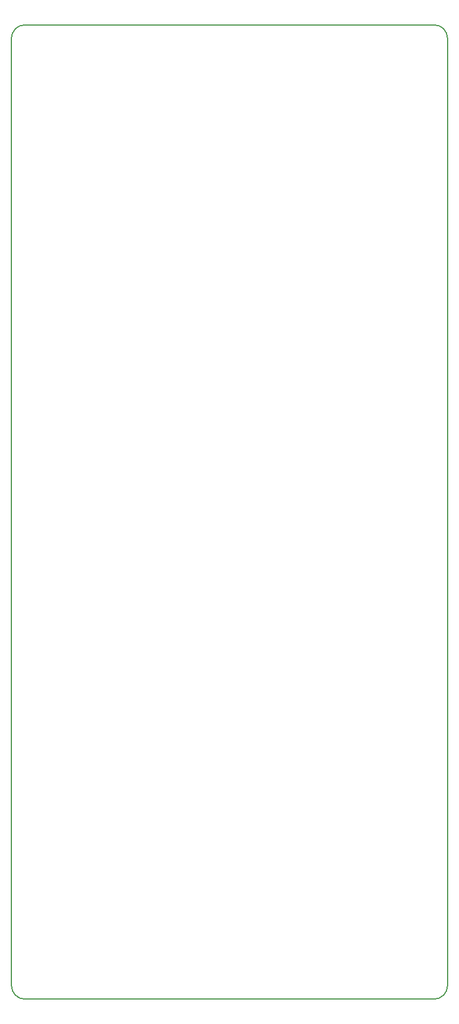
<source format=gm1>
G04 #@! TF.FileFunction,Profile,NP*
%FSLAX46Y46*%
G04 Gerber Fmt 4.6, Leading zero omitted, Abs format (unit mm)*
G04 Created by KiCad (PCBNEW 4.0.5) date 01/10/17 22:43:54*
%MOMM*%
%LPD*%
G01*
G04 APERTURE LIST*
%ADD10C,0.100000*%
%ADD11C,0.150000*%
G04 APERTURE END LIST*
D10*
D11*
X78000000Y-160000000D02*
X17000000Y-160000000D01*
X80000000Y-17000000D02*
X80000000Y-158000000D01*
X17000000Y-15000000D02*
X78000000Y-15000000D01*
X15000000Y-158000000D02*
X15000000Y-17000000D01*
X15000000Y-158000000D02*
G75*
G03X17000000Y-160000000I2000000J0D01*
G01*
X78000000Y-160000000D02*
G75*
G03X80000000Y-158000000I0J2000000D01*
G01*
X80000000Y-17000000D02*
G75*
G03X78000000Y-15000000I-2000000J0D01*
G01*
X17000000Y-15000000D02*
G75*
G03X15000000Y-17000000I0J-2000000D01*
G01*
M02*

</source>
